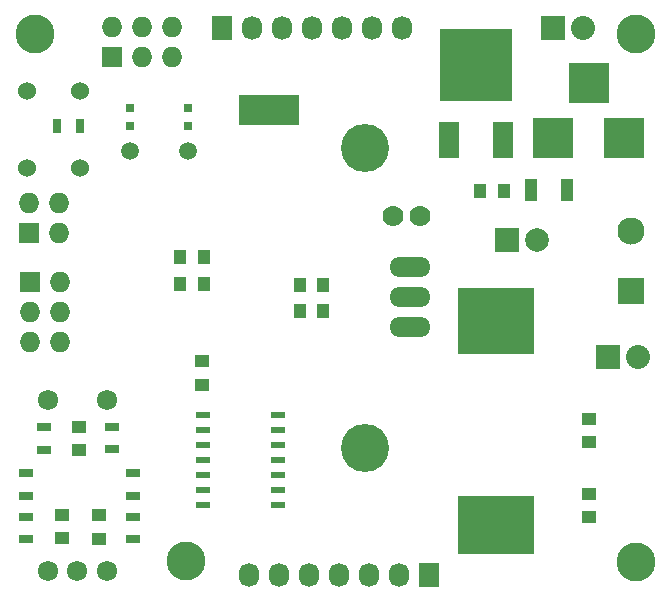
<source format=gbs>
G04 #@! TF.FileFunction,Soldermask,Bot*
%FSLAX46Y46*%
G04 Gerber Fmt 4.6, Leading zero omitted, Abs format (unit mm)*
G04 Created by KiCad (PCBNEW (2015-01-16 BZR 5376)-product) date 3/6/2015 10:24:15 PM*
%MOMM*%
G01*
G04 APERTURE LIST*
%ADD10C,0.100000*%
%ADD11O,3.500120X1.699260*%
%ADD12R,1.000000X1.250000*%
%ADD13R,0.750000X0.800000*%
%ADD14R,1.250000X1.000000*%
%ADD15C,2.300000*%
%ADD16R,2.300000X2.300000*%
%ADD17R,0.700000X1.300000*%
%ADD18C,1.524000*%
%ADD19C,1.501140*%
%ADD20R,1.727200X1.727200*%
%ADD21O,1.727200X1.727200*%
%ADD22C,4.064000*%
%ADD23R,6.400000X5.600000*%
%ADD24R,6.400000X5.000000*%
%ADD25R,3.500120X3.500120*%
%ADD26R,1.300000X0.700000*%
%ADD27C,1.724000*%
%ADD28R,1.998980X1.998980*%
%ADD29C,1.998980*%
%ADD30R,1.143000X0.508000*%
%ADD31R,1.651000X3.048000*%
%ADD32R,6.096000X6.096000*%
%ADD33C,3.300000*%
%ADD34R,1.727200X2.032000*%
%ADD35O,1.727200X2.032000*%
%ADD36R,2.540000X2.540000*%
%ADD37C,1.778000*%
%ADD38R,2.032000X2.032000*%
%ADD39O,2.032000X2.032000*%
%ADD40R,1.000000X1.900000*%
G04 APERTURE END LIST*
D10*
D11*
X202819000Y-74930000D03*
X202819000Y-77470000D03*
X202819000Y-72390000D03*
D12*
X193462400Y-73964800D03*
X195462400Y-73964800D03*
X193462400Y-76098400D03*
X195462400Y-76098400D03*
D13*
X183972200Y-60465400D03*
X183972200Y-58965400D03*
X179120800Y-60465400D03*
X179120800Y-58965400D03*
D12*
X183353200Y-73812400D03*
X185353200Y-73812400D03*
X183353200Y-71577200D03*
X185353200Y-71577200D03*
D14*
X217932000Y-91608400D03*
X217932000Y-93608400D03*
X217982800Y-87258400D03*
X217982800Y-85258400D03*
X174752000Y-87918800D03*
X174752000Y-85918800D03*
D15*
X221488000Y-69342000D03*
D16*
X221488000Y-74422000D03*
D17*
X172938400Y-60477400D03*
X174838400Y-60477400D03*
D18*
X174868400Y-57481400D03*
X174868400Y-63981400D03*
X170368400Y-63981400D03*
X170368400Y-57481400D03*
D19*
X184000140Y-62611000D03*
X179118260Y-62611000D03*
D20*
X170637200Y-73660000D03*
D21*
X173177200Y-73660000D03*
X170637200Y-76200000D03*
X173177200Y-76200000D03*
X170637200Y-78740000D03*
X173177200Y-78740000D03*
D22*
X199000000Y-62300000D03*
X199000000Y-87700000D03*
D23*
X210058000Y-76948000D03*
D24*
X210058000Y-94248000D03*
D14*
X173380400Y-93386400D03*
X173380400Y-95386400D03*
X185191400Y-82356200D03*
X185191400Y-80356200D03*
D25*
X214932260Y-61493400D03*
X220931740Y-61493400D03*
X217932000Y-56794400D03*
D20*
X177571400Y-54660800D03*
D21*
X177571400Y-52120800D03*
X180111400Y-54660800D03*
X180111400Y-52120800D03*
X182651400Y-54660800D03*
X182651400Y-52120800D03*
D26*
X177596800Y-87818000D03*
X177596800Y-85918000D03*
X171805600Y-85968800D03*
X171805600Y-87868800D03*
X179374800Y-93538000D03*
X179374800Y-95438000D03*
X179349400Y-89880400D03*
X179349400Y-91780400D03*
X170281600Y-95438000D03*
X170281600Y-93538000D03*
X170332400Y-89880400D03*
X170332400Y-91780400D03*
D27*
X172150400Y-98178000D03*
X174650400Y-98178000D03*
X177150400Y-98178000D03*
X172150400Y-83678000D03*
X177150400Y-83678000D03*
D12*
X210753200Y-65989200D03*
X208753200Y-65989200D03*
D14*
X176479200Y-93437200D03*
X176479200Y-95437200D03*
D28*
X211023200Y-70078600D03*
D29*
X213563200Y-70078600D03*
D30*
X191617600Y-84937600D03*
X191617600Y-86207600D03*
X191617600Y-87477600D03*
X191617600Y-88747600D03*
X191617600Y-90017600D03*
X191617600Y-91287600D03*
X191617600Y-92557600D03*
X185267600Y-92557600D03*
X185267600Y-91287600D03*
X185267600Y-88747600D03*
X185267600Y-87477600D03*
X185267600Y-86207600D03*
X185267600Y-84937600D03*
X185267600Y-90017600D03*
D31*
X210718400Y-61671200D03*
D32*
X208432400Y-55321200D03*
D31*
X206146400Y-61671200D03*
D20*
X170561000Y-69545200D03*
D21*
X170561000Y-67005200D03*
X173101000Y-69545200D03*
X173101000Y-67005200D03*
D33*
X221970600Y-97358200D03*
X183845200Y-97332800D03*
X171094400Y-52654200D03*
X221919800Y-52654200D03*
D34*
X204419200Y-98450400D03*
D35*
X201879200Y-98450400D03*
X199339200Y-98450400D03*
X196799200Y-98450400D03*
X194259200Y-98450400D03*
X191719200Y-98450400D03*
X189179200Y-98450400D03*
D36*
X192100200Y-59131200D03*
X189560200Y-59131200D03*
D37*
X203631800Y-68046600D03*
X201345800Y-68046600D03*
D38*
X214909400Y-52197000D03*
D39*
X217449400Y-52197000D03*
D40*
X216053800Y-65913000D03*
X213053800Y-65913000D03*
D38*
X219583000Y-80060800D03*
D39*
X222123000Y-80060800D03*
D34*
X186893200Y-52197000D03*
D35*
X189433200Y-52197000D03*
X191973200Y-52197000D03*
X194513200Y-52197000D03*
X197053200Y-52197000D03*
X199593200Y-52197000D03*
X202133200Y-52197000D03*
M02*

</source>
